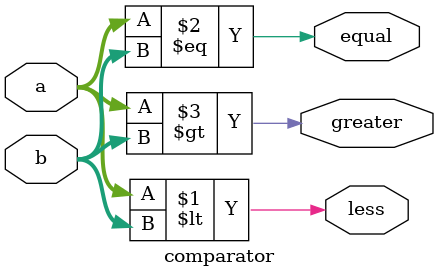
<source format=v>
module comparator
(
	input 		[119:0]	a		,
	input		[119:0]	b		,
	output 		 		less		,
	output				equal		,
	output				greater
);
	
	assign 		less 		= a < b		;
	assign 		equal 		= a == b	;
	assign 		greater 	= a > b		;

endmodule

</source>
